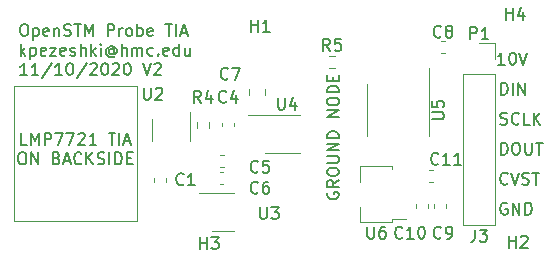
<source format=gbr>
%TF.GenerationSoftware,KiCad,Pcbnew,(5.1.6)-1*%
%TF.CreationDate,2020-11-12T12:57:51-08:00*%
%TF.ProjectId,frontendfullv2,66726f6e-7465-46e6-9466-756c6c76322e,rev?*%
%TF.SameCoordinates,Original*%
%TF.FileFunction,Legend,Top*%
%TF.FilePolarity,Positive*%
%FSLAX46Y46*%
G04 Gerber Fmt 4.6, Leading zero omitted, Abs format (unit mm)*
G04 Created by KiCad (PCBNEW (5.1.6)-1) date 2020-11-12 12:57:51*
%MOMM*%
%LPD*%
G01*
G04 APERTURE LIST*
%ADD10C,0.150000*%
%ADD11C,0.120000*%
G04 APERTURE END LIST*
D10*
X107793404Y-129294000D02*
X107698166Y-129246380D01*
X107555309Y-129246380D01*
X107412452Y-129294000D01*
X107317214Y-129389238D01*
X107269595Y-129484476D01*
X107221976Y-129674952D01*
X107221976Y-129817809D01*
X107269595Y-130008285D01*
X107317214Y-130103523D01*
X107412452Y-130198761D01*
X107555309Y-130246380D01*
X107650547Y-130246380D01*
X107793404Y-130198761D01*
X107841023Y-130151142D01*
X107841023Y-129817809D01*
X107650547Y-129817809D01*
X108269595Y-130246380D02*
X108269595Y-129246380D01*
X108841023Y-130246380D01*
X108841023Y-129246380D01*
X109317214Y-130246380D02*
X109317214Y-129246380D01*
X109555309Y-129246380D01*
X109698166Y-129294000D01*
X109793404Y-129389238D01*
X109841023Y-129484476D01*
X109888642Y-129674952D01*
X109888642Y-129817809D01*
X109841023Y-130008285D01*
X109793404Y-130103523D01*
X109698166Y-130198761D01*
X109555309Y-130246380D01*
X109317214Y-130246380D01*
X107841023Y-127611142D02*
X107793404Y-127658761D01*
X107650547Y-127706380D01*
X107555309Y-127706380D01*
X107412452Y-127658761D01*
X107317214Y-127563523D01*
X107269595Y-127468285D01*
X107221976Y-127277809D01*
X107221976Y-127134952D01*
X107269595Y-126944476D01*
X107317214Y-126849238D01*
X107412452Y-126754000D01*
X107555309Y-126706380D01*
X107650547Y-126706380D01*
X107793404Y-126754000D01*
X107841023Y-126801619D01*
X108126738Y-126706380D02*
X108460071Y-127706380D01*
X108793404Y-126706380D01*
X109079119Y-127658761D02*
X109221976Y-127706380D01*
X109460071Y-127706380D01*
X109555309Y-127658761D01*
X109602928Y-127611142D01*
X109650547Y-127515904D01*
X109650547Y-127420666D01*
X109602928Y-127325428D01*
X109555309Y-127277809D01*
X109460071Y-127230190D01*
X109269595Y-127182571D01*
X109174357Y-127134952D01*
X109126738Y-127087333D01*
X109079119Y-126992095D01*
X109079119Y-126896857D01*
X109126738Y-126801619D01*
X109174357Y-126754000D01*
X109269595Y-126706380D01*
X109507690Y-126706380D01*
X109650547Y-126754000D01*
X109936261Y-126706380D02*
X110507690Y-126706380D01*
X110221976Y-127706380D02*
X110221976Y-126706380D01*
X107269595Y-125166380D02*
X107269595Y-124166380D01*
X107507690Y-124166380D01*
X107650547Y-124214000D01*
X107745785Y-124309238D01*
X107793404Y-124404476D01*
X107841023Y-124594952D01*
X107841023Y-124737809D01*
X107793404Y-124928285D01*
X107745785Y-125023523D01*
X107650547Y-125118761D01*
X107507690Y-125166380D01*
X107269595Y-125166380D01*
X108460071Y-124166380D02*
X108650547Y-124166380D01*
X108745785Y-124214000D01*
X108841023Y-124309238D01*
X108888642Y-124499714D01*
X108888642Y-124833047D01*
X108841023Y-125023523D01*
X108745785Y-125118761D01*
X108650547Y-125166380D01*
X108460071Y-125166380D01*
X108364833Y-125118761D01*
X108269595Y-125023523D01*
X108221976Y-124833047D01*
X108221976Y-124499714D01*
X108269595Y-124309238D01*
X108364833Y-124214000D01*
X108460071Y-124166380D01*
X109317214Y-124166380D02*
X109317214Y-124975904D01*
X109364833Y-125071142D01*
X109412452Y-125118761D01*
X109507690Y-125166380D01*
X109698166Y-125166380D01*
X109793404Y-125118761D01*
X109841023Y-125071142D01*
X109888642Y-124975904D01*
X109888642Y-124166380D01*
X110221976Y-124166380D02*
X110793404Y-124166380D01*
X110507690Y-125166380D02*
X110507690Y-124166380D01*
X107221976Y-122578761D02*
X107364833Y-122626380D01*
X107602928Y-122626380D01*
X107698166Y-122578761D01*
X107745785Y-122531142D01*
X107793404Y-122435904D01*
X107793404Y-122340666D01*
X107745785Y-122245428D01*
X107698166Y-122197809D01*
X107602928Y-122150190D01*
X107412452Y-122102571D01*
X107317214Y-122054952D01*
X107269595Y-122007333D01*
X107221976Y-121912095D01*
X107221976Y-121816857D01*
X107269595Y-121721619D01*
X107317214Y-121674000D01*
X107412452Y-121626380D01*
X107650547Y-121626380D01*
X107793404Y-121674000D01*
X108793404Y-122531142D02*
X108745785Y-122578761D01*
X108602928Y-122626380D01*
X108507690Y-122626380D01*
X108364833Y-122578761D01*
X108269595Y-122483523D01*
X108221976Y-122388285D01*
X108174357Y-122197809D01*
X108174357Y-122054952D01*
X108221976Y-121864476D01*
X108269595Y-121769238D01*
X108364833Y-121674000D01*
X108507690Y-121626380D01*
X108602928Y-121626380D01*
X108745785Y-121674000D01*
X108793404Y-121721619D01*
X109698166Y-122626380D02*
X109221976Y-122626380D01*
X109221976Y-121626380D01*
X110031500Y-122626380D02*
X110031500Y-121626380D01*
X110602928Y-122626380D02*
X110174357Y-122054952D01*
X110602928Y-121626380D02*
X110031500Y-122197809D01*
X107269595Y-120086380D02*
X107269595Y-119086380D01*
X107507690Y-119086380D01*
X107650547Y-119134000D01*
X107745785Y-119229238D01*
X107793404Y-119324476D01*
X107841023Y-119514952D01*
X107841023Y-119657809D01*
X107793404Y-119848285D01*
X107745785Y-119943523D01*
X107650547Y-120038761D01*
X107507690Y-120086380D01*
X107269595Y-120086380D01*
X108269595Y-120086380D02*
X108269595Y-119086380D01*
X108745785Y-120086380D02*
X108745785Y-119086380D01*
X109317214Y-120086380D01*
X109317214Y-119086380D01*
X107599404Y-117546380D02*
X107027976Y-117546380D01*
X107313690Y-117546380D02*
X107313690Y-116546380D01*
X107218452Y-116689238D01*
X107123214Y-116784476D01*
X107027976Y-116832095D01*
X108218452Y-116546380D02*
X108313690Y-116546380D01*
X108408928Y-116594000D01*
X108456547Y-116641619D01*
X108504166Y-116736857D01*
X108551785Y-116927333D01*
X108551785Y-117165428D01*
X108504166Y-117355904D01*
X108456547Y-117451142D01*
X108408928Y-117498761D01*
X108313690Y-117546380D01*
X108218452Y-117546380D01*
X108123214Y-117498761D01*
X108075595Y-117451142D01*
X108027976Y-117355904D01*
X107980357Y-117165428D01*
X107980357Y-116927333D01*
X108027976Y-116736857D01*
X108075595Y-116641619D01*
X108123214Y-116594000D01*
X108218452Y-116546380D01*
X108837500Y-116546380D02*
X109170833Y-117546380D01*
X109504166Y-116546380D01*
X104671904Y-115387380D02*
X104671904Y-114387380D01*
X105052857Y-114387380D01*
X105148095Y-114435000D01*
X105195714Y-114482619D01*
X105243333Y-114577857D01*
X105243333Y-114720714D01*
X105195714Y-114815952D01*
X105148095Y-114863571D01*
X105052857Y-114911190D01*
X104671904Y-114911190D01*
X106195714Y-115387380D02*
X105624285Y-115387380D01*
X105910000Y-115387380D02*
X105910000Y-114387380D01*
X105814761Y-114530238D01*
X105719523Y-114625476D01*
X105624285Y-114673095D01*
X92591000Y-128388476D02*
X92543380Y-128483714D01*
X92543380Y-128626571D01*
X92591000Y-128769428D01*
X92686238Y-128864666D01*
X92781476Y-128912285D01*
X92971952Y-128959904D01*
X93114809Y-128959904D01*
X93305285Y-128912285D01*
X93400523Y-128864666D01*
X93495761Y-128769428D01*
X93543380Y-128626571D01*
X93543380Y-128531333D01*
X93495761Y-128388476D01*
X93448142Y-128340857D01*
X93114809Y-128340857D01*
X93114809Y-128531333D01*
X93543380Y-127340857D02*
X93067190Y-127674190D01*
X93543380Y-127912285D02*
X92543380Y-127912285D01*
X92543380Y-127531333D01*
X92591000Y-127436095D01*
X92638619Y-127388476D01*
X92733857Y-127340857D01*
X92876714Y-127340857D01*
X92971952Y-127388476D01*
X93019571Y-127436095D01*
X93067190Y-127531333D01*
X93067190Y-127912285D01*
X92543380Y-126721809D02*
X92543380Y-126531333D01*
X92591000Y-126436095D01*
X92686238Y-126340857D01*
X92876714Y-126293238D01*
X93210047Y-126293238D01*
X93400523Y-126340857D01*
X93495761Y-126436095D01*
X93543380Y-126531333D01*
X93543380Y-126721809D01*
X93495761Y-126817047D01*
X93400523Y-126912285D01*
X93210047Y-126959904D01*
X92876714Y-126959904D01*
X92686238Y-126912285D01*
X92591000Y-126817047D01*
X92543380Y-126721809D01*
X92543380Y-125864666D02*
X93352904Y-125864666D01*
X93448142Y-125817047D01*
X93495761Y-125769428D01*
X93543380Y-125674190D01*
X93543380Y-125483714D01*
X93495761Y-125388476D01*
X93448142Y-125340857D01*
X93352904Y-125293238D01*
X92543380Y-125293238D01*
X93543380Y-124817047D02*
X92543380Y-124817047D01*
X93543380Y-124245619D01*
X92543380Y-124245619D01*
X93543380Y-123769428D02*
X92543380Y-123769428D01*
X92543380Y-123531333D01*
X92591000Y-123388476D01*
X92686238Y-123293238D01*
X92781476Y-123245619D01*
X92971952Y-123198000D01*
X93114809Y-123198000D01*
X93305285Y-123245619D01*
X93400523Y-123293238D01*
X93495761Y-123388476D01*
X93543380Y-123531333D01*
X93543380Y-123769428D01*
X93543380Y-122007523D02*
X92543380Y-122007523D01*
X93543380Y-121436095D01*
X92543380Y-121436095D01*
X92543380Y-120769428D02*
X92543380Y-120578952D01*
X92591000Y-120483714D01*
X92686238Y-120388476D01*
X92876714Y-120340857D01*
X93210047Y-120340857D01*
X93400523Y-120388476D01*
X93495761Y-120483714D01*
X93543380Y-120578952D01*
X93543380Y-120769428D01*
X93495761Y-120864666D01*
X93400523Y-120959904D01*
X93210047Y-121007523D01*
X92876714Y-121007523D01*
X92686238Y-120959904D01*
X92591000Y-120864666D01*
X92543380Y-120769428D01*
X93543380Y-119912285D02*
X92543380Y-119912285D01*
X92543380Y-119674190D01*
X92591000Y-119531333D01*
X92686238Y-119436095D01*
X92781476Y-119388476D01*
X92971952Y-119340857D01*
X93114809Y-119340857D01*
X93305285Y-119388476D01*
X93400523Y-119436095D01*
X93495761Y-119531333D01*
X93543380Y-119674190D01*
X93543380Y-119912285D01*
X93019571Y-118912285D02*
X93019571Y-118578952D01*
X93543380Y-118436095D02*
X93543380Y-118912285D01*
X92543380Y-118912285D01*
X92543380Y-118436095D01*
X66820071Y-114134380D02*
X67010547Y-114134380D01*
X67105785Y-114182000D01*
X67201023Y-114277238D01*
X67248642Y-114467714D01*
X67248642Y-114801047D01*
X67201023Y-114991523D01*
X67105785Y-115086761D01*
X67010547Y-115134380D01*
X66820071Y-115134380D01*
X66724833Y-115086761D01*
X66629595Y-114991523D01*
X66581976Y-114801047D01*
X66581976Y-114467714D01*
X66629595Y-114277238D01*
X66724833Y-114182000D01*
X66820071Y-114134380D01*
X67677214Y-114467714D02*
X67677214Y-115467714D01*
X67677214Y-114515333D02*
X67772452Y-114467714D01*
X67962928Y-114467714D01*
X68058166Y-114515333D01*
X68105785Y-114562952D01*
X68153404Y-114658190D01*
X68153404Y-114943904D01*
X68105785Y-115039142D01*
X68058166Y-115086761D01*
X67962928Y-115134380D01*
X67772452Y-115134380D01*
X67677214Y-115086761D01*
X68962928Y-115086761D02*
X68867690Y-115134380D01*
X68677214Y-115134380D01*
X68581976Y-115086761D01*
X68534357Y-114991523D01*
X68534357Y-114610571D01*
X68581976Y-114515333D01*
X68677214Y-114467714D01*
X68867690Y-114467714D01*
X68962928Y-114515333D01*
X69010547Y-114610571D01*
X69010547Y-114705809D01*
X68534357Y-114801047D01*
X69439119Y-114467714D02*
X69439119Y-115134380D01*
X69439119Y-114562952D02*
X69486738Y-114515333D01*
X69581976Y-114467714D01*
X69724833Y-114467714D01*
X69820071Y-114515333D01*
X69867690Y-114610571D01*
X69867690Y-115134380D01*
X70296261Y-115086761D02*
X70439119Y-115134380D01*
X70677214Y-115134380D01*
X70772452Y-115086761D01*
X70820071Y-115039142D01*
X70867690Y-114943904D01*
X70867690Y-114848666D01*
X70820071Y-114753428D01*
X70772452Y-114705809D01*
X70677214Y-114658190D01*
X70486738Y-114610571D01*
X70391500Y-114562952D01*
X70343880Y-114515333D01*
X70296261Y-114420095D01*
X70296261Y-114324857D01*
X70343880Y-114229619D01*
X70391500Y-114182000D01*
X70486738Y-114134380D01*
X70724833Y-114134380D01*
X70867690Y-114182000D01*
X71153404Y-114134380D02*
X71724833Y-114134380D01*
X71439119Y-115134380D02*
X71439119Y-114134380D01*
X72058166Y-115134380D02*
X72058166Y-114134380D01*
X72391500Y-114848666D01*
X72724833Y-114134380D01*
X72724833Y-115134380D01*
X73962928Y-115134380D02*
X73962928Y-114134380D01*
X74343880Y-114134380D01*
X74439119Y-114182000D01*
X74486738Y-114229619D01*
X74534357Y-114324857D01*
X74534357Y-114467714D01*
X74486738Y-114562952D01*
X74439119Y-114610571D01*
X74343880Y-114658190D01*
X73962928Y-114658190D01*
X74962928Y-115134380D02*
X74962928Y-114467714D01*
X74962928Y-114658190D02*
X75010547Y-114562952D01*
X75058166Y-114515333D01*
X75153404Y-114467714D01*
X75248642Y-114467714D01*
X75724833Y-115134380D02*
X75629595Y-115086761D01*
X75581976Y-115039142D01*
X75534357Y-114943904D01*
X75534357Y-114658190D01*
X75581976Y-114562952D01*
X75629595Y-114515333D01*
X75724833Y-114467714D01*
X75867690Y-114467714D01*
X75962928Y-114515333D01*
X76010547Y-114562952D01*
X76058166Y-114658190D01*
X76058166Y-114943904D01*
X76010547Y-115039142D01*
X75962928Y-115086761D01*
X75867690Y-115134380D01*
X75724833Y-115134380D01*
X76486738Y-115134380D02*
X76486738Y-114134380D01*
X76486738Y-114515333D02*
X76581976Y-114467714D01*
X76772452Y-114467714D01*
X76867690Y-114515333D01*
X76915309Y-114562952D01*
X76962928Y-114658190D01*
X76962928Y-114943904D01*
X76915309Y-115039142D01*
X76867690Y-115086761D01*
X76772452Y-115134380D01*
X76581976Y-115134380D01*
X76486738Y-115086761D01*
X77772452Y-115086761D02*
X77677214Y-115134380D01*
X77486738Y-115134380D01*
X77391500Y-115086761D01*
X77343880Y-114991523D01*
X77343880Y-114610571D01*
X77391500Y-114515333D01*
X77486738Y-114467714D01*
X77677214Y-114467714D01*
X77772452Y-114515333D01*
X77820071Y-114610571D01*
X77820071Y-114705809D01*
X77343880Y-114801047D01*
X78867690Y-114134380D02*
X79439119Y-114134380D01*
X79153404Y-115134380D02*
X79153404Y-114134380D01*
X79772452Y-115134380D02*
X79772452Y-114134380D01*
X80201023Y-114848666D02*
X80677214Y-114848666D01*
X80105785Y-115134380D02*
X80439119Y-114134380D01*
X80772452Y-115134380D01*
X66629595Y-116784380D02*
X66629595Y-115784380D01*
X66724833Y-116403428D02*
X67010547Y-116784380D01*
X67010547Y-116117714D02*
X66629595Y-116498666D01*
X67439119Y-116117714D02*
X67439119Y-117117714D01*
X67439119Y-116165333D02*
X67534357Y-116117714D01*
X67724833Y-116117714D01*
X67820071Y-116165333D01*
X67867690Y-116212952D01*
X67915309Y-116308190D01*
X67915309Y-116593904D01*
X67867690Y-116689142D01*
X67820071Y-116736761D01*
X67724833Y-116784380D01*
X67534357Y-116784380D01*
X67439119Y-116736761D01*
X68724833Y-116736761D02*
X68629595Y-116784380D01*
X68439119Y-116784380D01*
X68343880Y-116736761D01*
X68296261Y-116641523D01*
X68296261Y-116260571D01*
X68343880Y-116165333D01*
X68439119Y-116117714D01*
X68629595Y-116117714D01*
X68724833Y-116165333D01*
X68772452Y-116260571D01*
X68772452Y-116355809D01*
X68296261Y-116451047D01*
X69105785Y-116117714D02*
X69629595Y-116117714D01*
X69105785Y-116784380D01*
X69629595Y-116784380D01*
X70391500Y-116736761D02*
X70296261Y-116784380D01*
X70105785Y-116784380D01*
X70010547Y-116736761D01*
X69962928Y-116641523D01*
X69962928Y-116260571D01*
X70010547Y-116165333D01*
X70105785Y-116117714D01*
X70296261Y-116117714D01*
X70391500Y-116165333D01*
X70439119Y-116260571D01*
X70439119Y-116355809D01*
X69962928Y-116451047D01*
X70820071Y-116736761D02*
X70915309Y-116784380D01*
X71105785Y-116784380D01*
X71201023Y-116736761D01*
X71248642Y-116641523D01*
X71248642Y-116593904D01*
X71201023Y-116498666D01*
X71105785Y-116451047D01*
X70962928Y-116451047D01*
X70867690Y-116403428D01*
X70820071Y-116308190D01*
X70820071Y-116260571D01*
X70867690Y-116165333D01*
X70962928Y-116117714D01*
X71105785Y-116117714D01*
X71201023Y-116165333D01*
X71677214Y-116784380D02*
X71677214Y-115784380D01*
X72105785Y-116784380D02*
X72105785Y-116260571D01*
X72058166Y-116165333D01*
X71962928Y-116117714D01*
X71820071Y-116117714D01*
X71724833Y-116165333D01*
X71677214Y-116212952D01*
X72581976Y-116784380D02*
X72581976Y-115784380D01*
X72677214Y-116403428D02*
X72962928Y-116784380D01*
X72962928Y-116117714D02*
X72581976Y-116498666D01*
X73391500Y-116784380D02*
X73391500Y-116117714D01*
X73391500Y-115784380D02*
X73343880Y-115832000D01*
X73391500Y-115879619D01*
X73439119Y-115832000D01*
X73391500Y-115784380D01*
X73391500Y-115879619D01*
X74486738Y-116308190D02*
X74439119Y-116260571D01*
X74343880Y-116212952D01*
X74248642Y-116212952D01*
X74153404Y-116260571D01*
X74105785Y-116308190D01*
X74058166Y-116403428D01*
X74058166Y-116498666D01*
X74105785Y-116593904D01*
X74153404Y-116641523D01*
X74248642Y-116689142D01*
X74343880Y-116689142D01*
X74439119Y-116641523D01*
X74486738Y-116593904D01*
X74486738Y-116212952D02*
X74486738Y-116593904D01*
X74534357Y-116641523D01*
X74581976Y-116641523D01*
X74677214Y-116593904D01*
X74724833Y-116498666D01*
X74724833Y-116260571D01*
X74629595Y-116117714D01*
X74486738Y-116022476D01*
X74296261Y-115974857D01*
X74105785Y-116022476D01*
X73962928Y-116117714D01*
X73867690Y-116260571D01*
X73820071Y-116451047D01*
X73867690Y-116641523D01*
X73962928Y-116784380D01*
X74105785Y-116879619D01*
X74296261Y-116927238D01*
X74486738Y-116879619D01*
X74629595Y-116784380D01*
X75153404Y-116784380D02*
X75153404Y-115784380D01*
X75581976Y-116784380D02*
X75581976Y-116260571D01*
X75534357Y-116165333D01*
X75439119Y-116117714D01*
X75296261Y-116117714D01*
X75201023Y-116165333D01*
X75153404Y-116212952D01*
X76058166Y-116784380D02*
X76058166Y-116117714D01*
X76058166Y-116212952D02*
X76105785Y-116165333D01*
X76201023Y-116117714D01*
X76343880Y-116117714D01*
X76439119Y-116165333D01*
X76486738Y-116260571D01*
X76486738Y-116784380D01*
X76486738Y-116260571D02*
X76534357Y-116165333D01*
X76629595Y-116117714D01*
X76772452Y-116117714D01*
X76867690Y-116165333D01*
X76915309Y-116260571D01*
X76915309Y-116784380D01*
X77820071Y-116736761D02*
X77724833Y-116784380D01*
X77534357Y-116784380D01*
X77439119Y-116736761D01*
X77391500Y-116689142D01*
X77343880Y-116593904D01*
X77343880Y-116308190D01*
X77391500Y-116212952D01*
X77439119Y-116165333D01*
X77534357Y-116117714D01*
X77724833Y-116117714D01*
X77820071Y-116165333D01*
X78248642Y-116689142D02*
X78296261Y-116736761D01*
X78248642Y-116784380D01*
X78201023Y-116736761D01*
X78248642Y-116689142D01*
X78248642Y-116784380D01*
X79105785Y-116736761D02*
X79010547Y-116784380D01*
X78820071Y-116784380D01*
X78724833Y-116736761D01*
X78677214Y-116641523D01*
X78677214Y-116260571D01*
X78724833Y-116165333D01*
X78820071Y-116117714D01*
X79010547Y-116117714D01*
X79105785Y-116165333D01*
X79153404Y-116260571D01*
X79153404Y-116355809D01*
X78677214Y-116451047D01*
X80010547Y-116784380D02*
X80010547Y-115784380D01*
X80010547Y-116736761D02*
X79915309Y-116784380D01*
X79724833Y-116784380D01*
X79629595Y-116736761D01*
X79581976Y-116689142D01*
X79534357Y-116593904D01*
X79534357Y-116308190D01*
X79581976Y-116212952D01*
X79629595Y-116165333D01*
X79724833Y-116117714D01*
X79915309Y-116117714D01*
X80010547Y-116165333D01*
X80915309Y-116117714D02*
X80915309Y-116784380D01*
X80486738Y-116117714D02*
X80486738Y-116641523D01*
X80534357Y-116736761D01*
X80629595Y-116784380D01*
X80772452Y-116784380D01*
X80867690Y-116736761D01*
X80915309Y-116689142D01*
X67153404Y-118434380D02*
X66581976Y-118434380D01*
X66867690Y-118434380D02*
X66867690Y-117434380D01*
X66772452Y-117577238D01*
X66677214Y-117672476D01*
X66581976Y-117720095D01*
X68105785Y-118434380D02*
X67534357Y-118434380D01*
X67820071Y-118434380D02*
X67820071Y-117434380D01*
X67724833Y-117577238D01*
X67629595Y-117672476D01*
X67534357Y-117720095D01*
X69248642Y-117386761D02*
X68391500Y-118672476D01*
X70105785Y-118434380D02*
X69534357Y-118434380D01*
X69820071Y-118434380D02*
X69820071Y-117434380D01*
X69724833Y-117577238D01*
X69629595Y-117672476D01*
X69534357Y-117720095D01*
X70724833Y-117434380D02*
X70820071Y-117434380D01*
X70915309Y-117482000D01*
X70962928Y-117529619D01*
X71010547Y-117624857D01*
X71058166Y-117815333D01*
X71058166Y-118053428D01*
X71010547Y-118243904D01*
X70962928Y-118339142D01*
X70915309Y-118386761D01*
X70820071Y-118434380D01*
X70724833Y-118434380D01*
X70629595Y-118386761D01*
X70581976Y-118339142D01*
X70534357Y-118243904D01*
X70486738Y-118053428D01*
X70486738Y-117815333D01*
X70534357Y-117624857D01*
X70581976Y-117529619D01*
X70629595Y-117482000D01*
X70724833Y-117434380D01*
X72201023Y-117386761D02*
X71343880Y-118672476D01*
X72486738Y-117529619D02*
X72534357Y-117482000D01*
X72629595Y-117434380D01*
X72867690Y-117434380D01*
X72962928Y-117482000D01*
X73010547Y-117529619D01*
X73058166Y-117624857D01*
X73058166Y-117720095D01*
X73010547Y-117862952D01*
X72439119Y-118434380D01*
X73058166Y-118434380D01*
X73677214Y-117434380D02*
X73772452Y-117434380D01*
X73867690Y-117482000D01*
X73915309Y-117529619D01*
X73962928Y-117624857D01*
X74010547Y-117815333D01*
X74010547Y-118053428D01*
X73962928Y-118243904D01*
X73915309Y-118339142D01*
X73867690Y-118386761D01*
X73772452Y-118434380D01*
X73677214Y-118434380D01*
X73581976Y-118386761D01*
X73534357Y-118339142D01*
X73486738Y-118243904D01*
X73439119Y-118053428D01*
X73439119Y-117815333D01*
X73486738Y-117624857D01*
X73534357Y-117529619D01*
X73581976Y-117482000D01*
X73677214Y-117434380D01*
X74391500Y-117529619D02*
X74439119Y-117482000D01*
X74534357Y-117434380D01*
X74772452Y-117434380D01*
X74867690Y-117482000D01*
X74915309Y-117529619D01*
X74962928Y-117624857D01*
X74962928Y-117720095D01*
X74915309Y-117862952D01*
X74343880Y-118434380D01*
X74962928Y-118434380D01*
X75581976Y-117434380D02*
X75677214Y-117434380D01*
X75772452Y-117482000D01*
X75820071Y-117529619D01*
X75867690Y-117624857D01*
X75915309Y-117815333D01*
X75915309Y-118053428D01*
X75867690Y-118243904D01*
X75820071Y-118339142D01*
X75772452Y-118386761D01*
X75677214Y-118434380D01*
X75581976Y-118434380D01*
X75486738Y-118386761D01*
X75439119Y-118339142D01*
X75391500Y-118243904D01*
X75343880Y-118053428D01*
X75343880Y-117815333D01*
X75391500Y-117624857D01*
X75439119Y-117529619D01*
X75486738Y-117482000D01*
X75581976Y-117434380D01*
X76962928Y-117434380D02*
X77296261Y-118434380D01*
X77629595Y-117434380D01*
X77915309Y-117529619D02*
X77962928Y-117482000D01*
X78058166Y-117434380D01*
X78296261Y-117434380D01*
X78391500Y-117482000D01*
X78439119Y-117529619D01*
X78486738Y-117624857D01*
X78486738Y-117720095D01*
X78439119Y-117862952D01*
X77867690Y-118434380D01*
X78486738Y-118434380D01*
X67151761Y-124341380D02*
X66675571Y-124341380D01*
X66675571Y-123341380D01*
X67485095Y-124341380D02*
X67485095Y-123341380D01*
X67818428Y-124055666D01*
X68151761Y-123341380D01*
X68151761Y-124341380D01*
X68627952Y-124341380D02*
X68627952Y-123341380D01*
X69008904Y-123341380D01*
X69104142Y-123389000D01*
X69151761Y-123436619D01*
X69199380Y-123531857D01*
X69199380Y-123674714D01*
X69151761Y-123769952D01*
X69104142Y-123817571D01*
X69008904Y-123865190D01*
X68627952Y-123865190D01*
X69532714Y-123341380D02*
X70199380Y-123341380D01*
X69770809Y-124341380D01*
X70485095Y-123341380D02*
X71151761Y-123341380D01*
X70723190Y-124341380D01*
X71485095Y-123436619D02*
X71532714Y-123389000D01*
X71627952Y-123341380D01*
X71866047Y-123341380D01*
X71961285Y-123389000D01*
X72008904Y-123436619D01*
X72056523Y-123531857D01*
X72056523Y-123627095D01*
X72008904Y-123769952D01*
X71437476Y-124341380D01*
X72056523Y-124341380D01*
X73008904Y-124341380D02*
X72437476Y-124341380D01*
X72723190Y-124341380D02*
X72723190Y-123341380D01*
X72627952Y-123484238D01*
X72532714Y-123579476D01*
X72437476Y-123627095D01*
X74056523Y-123341380D02*
X74627952Y-123341380D01*
X74342238Y-124341380D02*
X74342238Y-123341380D01*
X74961285Y-124341380D02*
X74961285Y-123341380D01*
X75389857Y-124055666D02*
X75866047Y-124055666D01*
X75294619Y-124341380D02*
X75627952Y-123341380D01*
X75961285Y-124341380D01*
X66651761Y-124991380D02*
X66842238Y-124991380D01*
X66937476Y-125039000D01*
X67032714Y-125134238D01*
X67080333Y-125324714D01*
X67080333Y-125658047D01*
X67032714Y-125848523D01*
X66937476Y-125943761D01*
X66842238Y-125991380D01*
X66651761Y-125991380D01*
X66556523Y-125943761D01*
X66461285Y-125848523D01*
X66413666Y-125658047D01*
X66413666Y-125324714D01*
X66461285Y-125134238D01*
X66556523Y-125039000D01*
X66651761Y-124991380D01*
X67508904Y-125991380D02*
X67508904Y-124991380D01*
X68080333Y-125991380D01*
X68080333Y-124991380D01*
X69651761Y-125467571D02*
X69794619Y-125515190D01*
X69842238Y-125562809D01*
X69889857Y-125658047D01*
X69889857Y-125800904D01*
X69842238Y-125896142D01*
X69794619Y-125943761D01*
X69699380Y-125991380D01*
X69318428Y-125991380D01*
X69318428Y-124991380D01*
X69651761Y-124991380D01*
X69747000Y-125039000D01*
X69794619Y-125086619D01*
X69842238Y-125181857D01*
X69842238Y-125277095D01*
X69794619Y-125372333D01*
X69747000Y-125419952D01*
X69651761Y-125467571D01*
X69318428Y-125467571D01*
X70270809Y-125705666D02*
X70747000Y-125705666D01*
X70175571Y-125991380D02*
X70508904Y-124991380D01*
X70842238Y-125991380D01*
X71747000Y-125896142D02*
X71699380Y-125943761D01*
X71556523Y-125991380D01*
X71461285Y-125991380D01*
X71318428Y-125943761D01*
X71223190Y-125848523D01*
X71175571Y-125753285D01*
X71127952Y-125562809D01*
X71127952Y-125419952D01*
X71175571Y-125229476D01*
X71223190Y-125134238D01*
X71318428Y-125039000D01*
X71461285Y-124991380D01*
X71556523Y-124991380D01*
X71699380Y-125039000D01*
X71747000Y-125086619D01*
X72175571Y-125991380D02*
X72175571Y-124991380D01*
X72747000Y-125991380D02*
X72318428Y-125419952D01*
X72747000Y-124991380D02*
X72175571Y-125562809D01*
X73127952Y-125943761D02*
X73270809Y-125991380D01*
X73508904Y-125991380D01*
X73604142Y-125943761D01*
X73651761Y-125896142D01*
X73699380Y-125800904D01*
X73699380Y-125705666D01*
X73651761Y-125610428D01*
X73604142Y-125562809D01*
X73508904Y-125515190D01*
X73318428Y-125467571D01*
X73223190Y-125419952D01*
X73175571Y-125372333D01*
X73127952Y-125277095D01*
X73127952Y-125181857D01*
X73175571Y-125086619D01*
X73223190Y-125039000D01*
X73318428Y-124991380D01*
X73556523Y-124991380D01*
X73699380Y-125039000D01*
X74127952Y-125991380D02*
X74127952Y-124991380D01*
X74604142Y-125991380D02*
X74604142Y-124991380D01*
X74842238Y-124991380D01*
X74985095Y-125039000D01*
X75080333Y-125134238D01*
X75127952Y-125229476D01*
X75175571Y-125419952D01*
X75175571Y-125562809D01*
X75127952Y-125753285D01*
X75080333Y-125848523D01*
X74985095Y-125943761D01*
X74842238Y-125991380D01*
X74604142Y-125991380D01*
X75604142Y-125467571D02*
X75937476Y-125467571D01*
X76080333Y-125991380D02*
X75604142Y-125991380D01*
X75604142Y-124991380D01*
X76080333Y-124991380D01*
D11*
X66040000Y-119380000D02*
X76454000Y-119380000D01*
X66040000Y-130810000D02*
X66040000Y-119380000D01*
X76454000Y-130810000D02*
X66040000Y-130810000D01*
X76454000Y-119380000D02*
X76454000Y-130810000D01*
%TO.C,C7*%
X87324000Y-120140252D02*
X87324000Y-119617748D01*
X85904000Y-120140252D02*
X85904000Y-119617748D01*
%TO.C,R5*%
X92709276Y-116825500D02*
X93218724Y-116825500D01*
X92709276Y-117870500D02*
X93218724Y-117870500D01*
%TO.C,U6*%
X95368000Y-127474000D02*
X95368000Y-126164000D01*
X95368000Y-126164000D02*
X98088000Y-126164000D01*
X99228000Y-130654000D02*
X98088000Y-130654000D01*
X95368000Y-130884000D02*
X95368000Y-129574000D01*
X98088000Y-130884000D02*
X95368000Y-130884000D01*
X98088000Y-130884000D02*
X98088000Y-130654000D01*
X98088000Y-126164000D02*
X98088000Y-126394000D01*
%TO.C,U5*%
X95942000Y-121412000D02*
X95942000Y-123612000D01*
X95942000Y-121412000D02*
X95942000Y-119212000D01*
X101162000Y-121412000D02*
X101162000Y-123612000D01*
X101162000Y-121412000D02*
X101162000Y-117812000D01*
%TO.C,U4*%
X88798400Y-125079400D02*
X90298400Y-125079400D01*
X88798400Y-125079400D02*
X87298400Y-125079400D01*
X88798400Y-121859400D02*
X90298400Y-121859400D01*
X88798400Y-121859400D02*
X85873400Y-121859400D01*
%TO.C,U3*%
X82840000Y-131658000D02*
X84640000Y-131658000D01*
X84640000Y-128438000D02*
X81690000Y-128438000D01*
%TO.C,U2*%
X77765000Y-122188400D02*
X77765000Y-123988400D01*
X80985000Y-123988400D02*
X80985000Y-121538400D01*
%TO.C,R4*%
X81519500Y-122911324D02*
X81519500Y-122401876D01*
X82564500Y-122911324D02*
X82564500Y-122401876D01*
%TO.C,J3*%
X104080000Y-118364000D02*
X106740000Y-118364000D01*
X104080000Y-118364000D02*
X104080000Y-131124000D01*
X104080000Y-131124000D02*
X106740000Y-131124000D01*
X106740000Y-118364000D02*
X106740000Y-131124000D01*
X106740000Y-115764000D02*
X106740000Y-117094000D01*
X105410000Y-115764000D02*
X106740000Y-115764000D01*
%TO.C,C11*%
X101199733Y-126490000D02*
X101492267Y-126490000D01*
X101199733Y-127510000D02*
X101492267Y-127510000D01*
%TO.C,C10*%
X101094000Y-129393733D02*
X101094000Y-129686267D01*
X100074000Y-129393733D02*
X100074000Y-129686267D01*
%TO.C,C9*%
X102618000Y-129393733D02*
X102618000Y-129686267D01*
X101598000Y-129393733D02*
X101598000Y-129686267D01*
%TO.C,C8*%
X102508267Y-116588000D02*
X102215733Y-116588000D01*
X102508267Y-115568000D02*
X102215733Y-115568000D01*
%TO.C,C6*%
X83470533Y-126667800D02*
X83763067Y-126667800D01*
X83470533Y-127687800D02*
X83763067Y-127687800D01*
%TO.C,C5*%
X83495933Y-125220000D02*
X83788467Y-125220000D01*
X83495933Y-126240000D02*
X83788467Y-126240000D01*
%TO.C,C4*%
X83640200Y-122752067D02*
X83640200Y-122459533D01*
X84660200Y-122752067D02*
X84660200Y-122459533D01*
%TO.C,C1*%
X77899800Y-127451067D02*
X77899800Y-127158533D01*
X78919800Y-127451067D02*
X78919800Y-127158533D01*
%TO.C,C7*%
D10*
X84161333Y-118721142D02*
X84113714Y-118768761D01*
X83970857Y-118816380D01*
X83875619Y-118816380D01*
X83732761Y-118768761D01*
X83637523Y-118673523D01*
X83589904Y-118578285D01*
X83542285Y-118387809D01*
X83542285Y-118244952D01*
X83589904Y-118054476D01*
X83637523Y-117959238D01*
X83732761Y-117864000D01*
X83875619Y-117816380D01*
X83970857Y-117816380D01*
X84113714Y-117864000D01*
X84161333Y-117911619D01*
X84494666Y-117816380D02*
X85161333Y-117816380D01*
X84732761Y-118816380D01*
%TO.C,H4*%
X107696095Y-113736380D02*
X107696095Y-112736380D01*
X107696095Y-113212571D02*
X108267523Y-113212571D01*
X108267523Y-113736380D02*
X108267523Y-112736380D01*
X109172285Y-113069714D02*
X109172285Y-113736380D01*
X108934190Y-112688761D02*
X108696095Y-113403047D01*
X109315142Y-113403047D01*
%TO.C,H3*%
X81788095Y-133167380D02*
X81788095Y-132167380D01*
X81788095Y-132643571D02*
X82359523Y-132643571D01*
X82359523Y-133167380D02*
X82359523Y-132167380D01*
X82740476Y-132167380D02*
X83359523Y-132167380D01*
X83026190Y-132548333D01*
X83169047Y-132548333D01*
X83264285Y-132595952D01*
X83311904Y-132643571D01*
X83359523Y-132738809D01*
X83359523Y-132976904D01*
X83311904Y-133072142D01*
X83264285Y-133119761D01*
X83169047Y-133167380D01*
X82883333Y-133167380D01*
X82788095Y-133119761D01*
X82740476Y-133072142D01*
%TO.C,H2*%
X107950095Y-133040380D02*
X107950095Y-132040380D01*
X107950095Y-132516571D02*
X108521523Y-132516571D01*
X108521523Y-133040380D02*
X108521523Y-132040380D01*
X108950095Y-132135619D02*
X108997714Y-132088000D01*
X109092952Y-132040380D01*
X109331047Y-132040380D01*
X109426285Y-132088000D01*
X109473904Y-132135619D01*
X109521523Y-132230857D01*
X109521523Y-132326095D01*
X109473904Y-132468952D01*
X108902476Y-133040380D01*
X109521523Y-133040380D01*
%TO.C,H1*%
X86106095Y-114752380D02*
X86106095Y-113752380D01*
X86106095Y-114228571D02*
X86677523Y-114228571D01*
X86677523Y-114752380D02*
X86677523Y-113752380D01*
X87677523Y-114752380D02*
X87106095Y-114752380D01*
X87391809Y-114752380D02*
X87391809Y-113752380D01*
X87296571Y-113895238D01*
X87201333Y-113990476D01*
X87106095Y-114038095D01*
%TO.C,R5*%
X92797333Y-116370380D02*
X92464000Y-115894190D01*
X92225904Y-116370380D02*
X92225904Y-115370380D01*
X92606857Y-115370380D01*
X92702095Y-115418000D01*
X92749714Y-115465619D01*
X92797333Y-115560857D01*
X92797333Y-115703714D01*
X92749714Y-115798952D01*
X92702095Y-115846571D01*
X92606857Y-115894190D01*
X92225904Y-115894190D01*
X93702095Y-115370380D02*
X93225904Y-115370380D01*
X93178285Y-115846571D01*
X93225904Y-115798952D01*
X93321142Y-115751333D01*
X93559238Y-115751333D01*
X93654476Y-115798952D01*
X93702095Y-115846571D01*
X93749714Y-115941809D01*
X93749714Y-116179904D01*
X93702095Y-116275142D01*
X93654476Y-116322761D01*
X93559238Y-116370380D01*
X93321142Y-116370380D01*
X93225904Y-116322761D01*
X93178285Y-116275142D01*
%TO.C,U6*%
X95966095Y-131278380D02*
X95966095Y-132087904D01*
X96013714Y-132183142D01*
X96061333Y-132230761D01*
X96156571Y-132278380D01*
X96347047Y-132278380D01*
X96442285Y-132230761D01*
X96489904Y-132183142D01*
X96537523Y-132087904D01*
X96537523Y-131278380D01*
X97442285Y-131278380D02*
X97251809Y-131278380D01*
X97156571Y-131326000D01*
X97108952Y-131373619D01*
X97013714Y-131516476D01*
X96966095Y-131706952D01*
X96966095Y-132087904D01*
X97013714Y-132183142D01*
X97061333Y-132230761D01*
X97156571Y-132278380D01*
X97347047Y-132278380D01*
X97442285Y-132230761D01*
X97489904Y-132183142D01*
X97537523Y-132087904D01*
X97537523Y-131849809D01*
X97489904Y-131754571D01*
X97442285Y-131706952D01*
X97347047Y-131659333D01*
X97156571Y-131659333D01*
X97061333Y-131706952D01*
X97013714Y-131754571D01*
X96966095Y-131849809D01*
%TO.C,U5*%
X101454380Y-122173904D02*
X102263904Y-122173904D01*
X102359142Y-122126285D01*
X102406761Y-122078666D01*
X102454380Y-121983428D01*
X102454380Y-121792952D01*
X102406761Y-121697714D01*
X102359142Y-121650095D01*
X102263904Y-121602476D01*
X101454380Y-121602476D01*
X101454380Y-120650095D02*
X101454380Y-121126285D01*
X101930571Y-121173904D01*
X101882952Y-121126285D01*
X101835333Y-121031047D01*
X101835333Y-120792952D01*
X101882952Y-120697714D01*
X101930571Y-120650095D01*
X102025809Y-120602476D01*
X102263904Y-120602476D01*
X102359142Y-120650095D01*
X102406761Y-120697714D01*
X102454380Y-120792952D01*
X102454380Y-121031047D01*
X102406761Y-121126285D01*
X102359142Y-121173904D01*
%TO.C,U4*%
X88392095Y-120356380D02*
X88392095Y-121165904D01*
X88439714Y-121261142D01*
X88487333Y-121308761D01*
X88582571Y-121356380D01*
X88773047Y-121356380D01*
X88868285Y-121308761D01*
X88915904Y-121261142D01*
X88963523Y-121165904D01*
X88963523Y-120356380D01*
X89868285Y-120689714D02*
X89868285Y-121356380D01*
X89630190Y-120308761D02*
X89392095Y-121023047D01*
X90011142Y-121023047D01*
%TO.C,U3*%
X86868095Y-129627380D02*
X86868095Y-130436904D01*
X86915714Y-130532142D01*
X86963333Y-130579761D01*
X87058571Y-130627380D01*
X87249047Y-130627380D01*
X87344285Y-130579761D01*
X87391904Y-130532142D01*
X87439523Y-130436904D01*
X87439523Y-129627380D01*
X87820476Y-129627380D02*
X88439523Y-129627380D01*
X88106190Y-130008333D01*
X88249047Y-130008333D01*
X88344285Y-130055952D01*
X88391904Y-130103571D01*
X88439523Y-130198809D01*
X88439523Y-130436904D01*
X88391904Y-130532142D01*
X88344285Y-130579761D01*
X88249047Y-130627380D01*
X87963333Y-130627380D01*
X87868095Y-130579761D01*
X87820476Y-130532142D01*
%TO.C,U2*%
X77038295Y-119518180D02*
X77038295Y-120327704D01*
X77085914Y-120422942D01*
X77133533Y-120470561D01*
X77228771Y-120518180D01*
X77419247Y-120518180D01*
X77514485Y-120470561D01*
X77562104Y-120422942D01*
X77609723Y-120327704D01*
X77609723Y-119518180D01*
X78038295Y-119613419D02*
X78085914Y-119565800D01*
X78181152Y-119518180D01*
X78419247Y-119518180D01*
X78514485Y-119565800D01*
X78562104Y-119613419D01*
X78609723Y-119708657D01*
X78609723Y-119803895D01*
X78562104Y-119946752D01*
X77990676Y-120518180D01*
X78609723Y-120518180D01*
%TO.C,R4*%
X81875333Y-120772180D02*
X81542000Y-120295990D01*
X81303904Y-120772180D02*
X81303904Y-119772180D01*
X81684857Y-119772180D01*
X81780095Y-119819800D01*
X81827714Y-119867419D01*
X81875333Y-119962657D01*
X81875333Y-120105514D01*
X81827714Y-120200752D01*
X81780095Y-120248371D01*
X81684857Y-120295990D01*
X81303904Y-120295990D01*
X82732476Y-120105514D02*
X82732476Y-120772180D01*
X82494380Y-119724561D02*
X82256285Y-120438847D01*
X82875333Y-120438847D01*
%TO.C,J3*%
X105076666Y-131532380D02*
X105076666Y-132246666D01*
X105029047Y-132389523D01*
X104933809Y-132484761D01*
X104790952Y-132532380D01*
X104695714Y-132532380D01*
X105457619Y-131532380D02*
X106076666Y-131532380D01*
X105743333Y-131913333D01*
X105886190Y-131913333D01*
X105981428Y-131960952D01*
X106029047Y-132008571D01*
X106076666Y-132103809D01*
X106076666Y-132341904D01*
X106029047Y-132437142D01*
X105981428Y-132484761D01*
X105886190Y-132532380D01*
X105600476Y-132532380D01*
X105505238Y-132484761D01*
X105457619Y-132437142D01*
%TO.C,C11*%
X101973142Y-125927142D02*
X101925523Y-125974761D01*
X101782666Y-126022380D01*
X101687428Y-126022380D01*
X101544571Y-125974761D01*
X101449333Y-125879523D01*
X101401714Y-125784285D01*
X101354095Y-125593809D01*
X101354095Y-125450952D01*
X101401714Y-125260476D01*
X101449333Y-125165238D01*
X101544571Y-125070000D01*
X101687428Y-125022380D01*
X101782666Y-125022380D01*
X101925523Y-125070000D01*
X101973142Y-125117619D01*
X102925523Y-126022380D02*
X102354095Y-126022380D01*
X102639809Y-126022380D02*
X102639809Y-125022380D01*
X102544571Y-125165238D01*
X102449333Y-125260476D01*
X102354095Y-125308095D01*
X103877904Y-126022380D02*
X103306476Y-126022380D01*
X103592190Y-126022380D02*
X103592190Y-125022380D01*
X103496952Y-125165238D01*
X103401714Y-125260476D01*
X103306476Y-125308095D01*
%TO.C,C10*%
X98925142Y-132183142D02*
X98877523Y-132230761D01*
X98734666Y-132278380D01*
X98639428Y-132278380D01*
X98496571Y-132230761D01*
X98401333Y-132135523D01*
X98353714Y-132040285D01*
X98306095Y-131849809D01*
X98306095Y-131706952D01*
X98353714Y-131516476D01*
X98401333Y-131421238D01*
X98496571Y-131326000D01*
X98639428Y-131278380D01*
X98734666Y-131278380D01*
X98877523Y-131326000D01*
X98925142Y-131373619D01*
X99877523Y-132278380D02*
X99306095Y-132278380D01*
X99591809Y-132278380D02*
X99591809Y-131278380D01*
X99496571Y-131421238D01*
X99401333Y-131516476D01*
X99306095Y-131564095D01*
X100496571Y-131278380D02*
X100591809Y-131278380D01*
X100687047Y-131326000D01*
X100734666Y-131373619D01*
X100782285Y-131468857D01*
X100829904Y-131659333D01*
X100829904Y-131897428D01*
X100782285Y-132087904D01*
X100734666Y-132183142D01*
X100687047Y-132230761D01*
X100591809Y-132278380D01*
X100496571Y-132278380D01*
X100401333Y-132230761D01*
X100353714Y-132183142D01*
X100306095Y-132087904D01*
X100258476Y-131897428D01*
X100258476Y-131659333D01*
X100306095Y-131468857D01*
X100353714Y-131373619D01*
X100401333Y-131326000D01*
X100496571Y-131278380D01*
%TO.C,C9*%
X102195333Y-132183142D02*
X102147714Y-132230761D01*
X102004857Y-132278380D01*
X101909619Y-132278380D01*
X101766761Y-132230761D01*
X101671523Y-132135523D01*
X101623904Y-132040285D01*
X101576285Y-131849809D01*
X101576285Y-131706952D01*
X101623904Y-131516476D01*
X101671523Y-131421238D01*
X101766761Y-131326000D01*
X101909619Y-131278380D01*
X102004857Y-131278380D01*
X102147714Y-131326000D01*
X102195333Y-131373619D01*
X102671523Y-132278380D02*
X102862000Y-132278380D01*
X102957238Y-132230761D01*
X103004857Y-132183142D01*
X103100095Y-132040285D01*
X103147714Y-131849809D01*
X103147714Y-131468857D01*
X103100095Y-131373619D01*
X103052476Y-131326000D01*
X102957238Y-131278380D01*
X102766761Y-131278380D01*
X102671523Y-131326000D01*
X102623904Y-131373619D01*
X102576285Y-131468857D01*
X102576285Y-131706952D01*
X102623904Y-131802190D01*
X102671523Y-131849809D01*
X102766761Y-131897428D01*
X102957238Y-131897428D01*
X103052476Y-131849809D01*
X103100095Y-131802190D01*
X103147714Y-131706952D01*
%TO.C,C8*%
X102195333Y-115165142D02*
X102147714Y-115212761D01*
X102004857Y-115260380D01*
X101909619Y-115260380D01*
X101766761Y-115212761D01*
X101671523Y-115117523D01*
X101623904Y-115022285D01*
X101576285Y-114831809D01*
X101576285Y-114688952D01*
X101623904Y-114498476D01*
X101671523Y-114403238D01*
X101766761Y-114308000D01*
X101909619Y-114260380D01*
X102004857Y-114260380D01*
X102147714Y-114308000D01*
X102195333Y-114355619D01*
X102766761Y-114688952D02*
X102671523Y-114641333D01*
X102623904Y-114593714D01*
X102576285Y-114498476D01*
X102576285Y-114450857D01*
X102623904Y-114355619D01*
X102671523Y-114308000D01*
X102766761Y-114260380D01*
X102957238Y-114260380D01*
X103052476Y-114308000D01*
X103100095Y-114355619D01*
X103147714Y-114450857D01*
X103147714Y-114498476D01*
X103100095Y-114593714D01*
X103052476Y-114641333D01*
X102957238Y-114688952D01*
X102766761Y-114688952D01*
X102671523Y-114736571D01*
X102623904Y-114784190D01*
X102576285Y-114879428D01*
X102576285Y-115069904D01*
X102623904Y-115165142D01*
X102671523Y-115212761D01*
X102766761Y-115260380D01*
X102957238Y-115260380D01*
X103052476Y-115212761D01*
X103100095Y-115165142D01*
X103147714Y-115069904D01*
X103147714Y-114879428D01*
X103100095Y-114784190D01*
X103052476Y-114736571D01*
X102957238Y-114688952D01*
%TO.C,C6*%
X86701333Y-128373142D02*
X86653714Y-128420761D01*
X86510857Y-128468380D01*
X86415619Y-128468380D01*
X86272761Y-128420761D01*
X86177523Y-128325523D01*
X86129904Y-128230285D01*
X86082285Y-128039809D01*
X86082285Y-127896952D01*
X86129904Y-127706476D01*
X86177523Y-127611238D01*
X86272761Y-127516000D01*
X86415619Y-127468380D01*
X86510857Y-127468380D01*
X86653714Y-127516000D01*
X86701333Y-127563619D01*
X87558476Y-127468380D02*
X87368000Y-127468380D01*
X87272761Y-127516000D01*
X87225142Y-127563619D01*
X87129904Y-127706476D01*
X87082285Y-127896952D01*
X87082285Y-128277904D01*
X87129904Y-128373142D01*
X87177523Y-128420761D01*
X87272761Y-128468380D01*
X87463238Y-128468380D01*
X87558476Y-128420761D01*
X87606095Y-128373142D01*
X87653714Y-128277904D01*
X87653714Y-128039809D01*
X87606095Y-127944571D01*
X87558476Y-127896952D01*
X87463238Y-127849333D01*
X87272761Y-127849333D01*
X87177523Y-127896952D01*
X87129904Y-127944571D01*
X87082285Y-128039809D01*
%TO.C,C5*%
X86701333Y-126595142D02*
X86653714Y-126642761D01*
X86510857Y-126690380D01*
X86415619Y-126690380D01*
X86272761Y-126642761D01*
X86177523Y-126547523D01*
X86129904Y-126452285D01*
X86082285Y-126261809D01*
X86082285Y-126118952D01*
X86129904Y-125928476D01*
X86177523Y-125833238D01*
X86272761Y-125738000D01*
X86415619Y-125690380D01*
X86510857Y-125690380D01*
X86653714Y-125738000D01*
X86701333Y-125785619D01*
X87606095Y-125690380D02*
X87129904Y-125690380D01*
X87082285Y-126166571D01*
X87129904Y-126118952D01*
X87225142Y-126071333D01*
X87463238Y-126071333D01*
X87558476Y-126118952D01*
X87606095Y-126166571D01*
X87653714Y-126261809D01*
X87653714Y-126499904D01*
X87606095Y-126595142D01*
X87558476Y-126642761D01*
X87463238Y-126690380D01*
X87225142Y-126690380D01*
X87129904Y-126642761D01*
X87082285Y-126595142D01*
%TO.C,C4*%
X84008933Y-120676942D02*
X83961314Y-120724561D01*
X83818457Y-120772180D01*
X83723219Y-120772180D01*
X83580361Y-120724561D01*
X83485123Y-120629323D01*
X83437504Y-120534085D01*
X83389885Y-120343609D01*
X83389885Y-120200752D01*
X83437504Y-120010276D01*
X83485123Y-119915038D01*
X83580361Y-119819800D01*
X83723219Y-119772180D01*
X83818457Y-119772180D01*
X83961314Y-119819800D01*
X84008933Y-119867419D01*
X84866076Y-120105514D02*
X84866076Y-120772180D01*
X84627980Y-119724561D02*
X84389885Y-120438847D01*
X85008933Y-120438847D01*
%TO.C,C1*%
X80402133Y-127661942D02*
X80354514Y-127709561D01*
X80211657Y-127757180D01*
X80116419Y-127757180D01*
X79973561Y-127709561D01*
X79878323Y-127614323D01*
X79830704Y-127519085D01*
X79783085Y-127328609D01*
X79783085Y-127185752D01*
X79830704Y-126995276D01*
X79878323Y-126900038D01*
X79973561Y-126804800D01*
X80116419Y-126757180D01*
X80211657Y-126757180D01*
X80354514Y-126804800D01*
X80402133Y-126852419D01*
X81354514Y-127757180D02*
X80783085Y-127757180D01*
X81068800Y-127757180D02*
X81068800Y-126757180D01*
X80973561Y-126900038D01*
X80878323Y-126995276D01*
X80783085Y-127042895D01*
%TD*%
M02*

</source>
